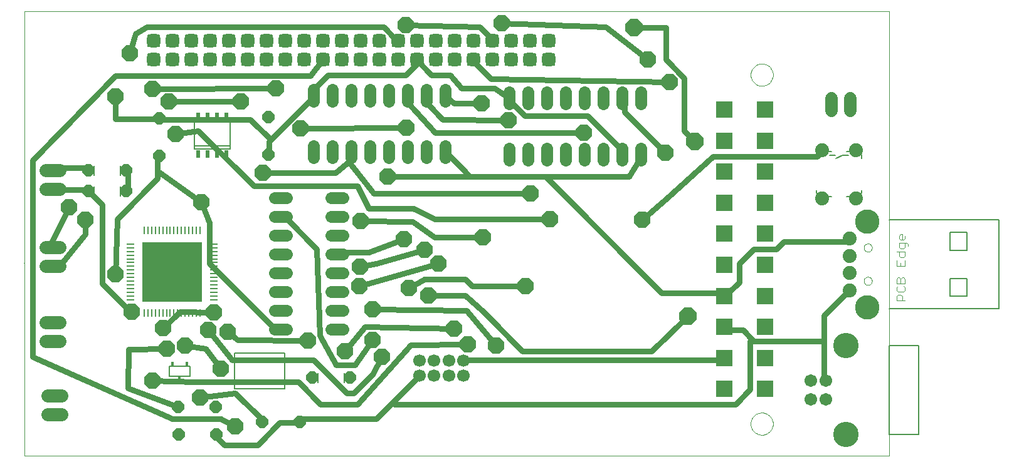
<source format=gbl>
G75*
G70*
%OFA0B0*%
%FSLAX24Y24*%
%IPPOS*%
%LPD*%
%AMOC8*
5,1,8,0,0,1.08239X$1,22.5*
%
%ADD10C,0.0000*%
%ADD11R,0.0000X0.0000*%
%ADD12C,0.0635*%
%ADD13R,0.0396X0.0067*%
%ADD14R,0.0067X0.0396*%
%ADD15R,0.0787X0.0787*%
%ADD16OC8,0.0635*%
%ADD17R,0.0866X0.0866*%
%ADD18C,0.0200*%
%ADD19C,0.0060*%
%ADD20R,0.0100X0.0200*%
%ADD21C,0.0715*%
%ADD22R,0.0200X0.0200*%
%ADD23C,0.0080*%
%ADD24R,0.0180X0.0230*%
%ADD25C,0.0675*%
%ADD26R,0.0240X0.0240*%
%ADD27OC8,0.0709*%
%ADD28R,0.0193X0.0433*%
%ADD29C,0.0669*%
%ADD30R,0.0197X0.0197*%
%ADD31C,0.0675*%
%ADD32C,0.1350*%
%ADD33C,0.0740*%
%ADD34C,0.1299*%
%ADD35C,0.0040*%
%ADD36C,0.0295*%
%ADD37OC8,0.0866*%
%ADD38OC8,0.0906*%
D10*
X000101Y000282D02*
X000101Y023956D01*
X046071Y023956D01*
X046071Y000282D01*
X000101Y000282D01*
X038711Y001991D02*
X038713Y002039D01*
X038719Y002087D01*
X038729Y002134D01*
X038742Y002180D01*
X038760Y002225D01*
X038780Y002269D01*
X038805Y002311D01*
X038833Y002350D01*
X038863Y002387D01*
X038897Y002421D01*
X038934Y002453D01*
X038972Y002482D01*
X039013Y002507D01*
X039056Y002529D01*
X039101Y002547D01*
X039147Y002561D01*
X039194Y002572D01*
X039242Y002579D01*
X039290Y002582D01*
X039338Y002581D01*
X039386Y002576D01*
X039434Y002567D01*
X039480Y002555D01*
X039525Y002538D01*
X039569Y002518D01*
X039611Y002495D01*
X039651Y002468D01*
X039689Y002438D01*
X039724Y002405D01*
X039756Y002369D01*
X039786Y002331D01*
X039812Y002290D01*
X039834Y002247D01*
X039854Y002203D01*
X039869Y002158D01*
X039881Y002111D01*
X039889Y002063D01*
X039893Y002015D01*
X039893Y001967D01*
X039889Y001919D01*
X039881Y001871D01*
X039869Y001824D01*
X039854Y001779D01*
X039834Y001735D01*
X039812Y001692D01*
X039786Y001651D01*
X039756Y001613D01*
X039724Y001577D01*
X039689Y001544D01*
X039651Y001514D01*
X039611Y001487D01*
X039569Y001464D01*
X039525Y001444D01*
X039480Y001427D01*
X039434Y001415D01*
X039386Y001406D01*
X039338Y001401D01*
X039290Y001400D01*
X039242Y001403D01*
X039194Y001410D01*
X039147Y001421D01*
X039101Y001435D01*
X039056Y001453D01*
X039013Y001475D01*
X038972Y001500D01*
X038934Y001529D01*
X038897Y001561D01*
X038863Y001595D01*
X038833Y001632D01*
X038805Y001671D01*
X038780Y001713D01*
X038760Y001757D01*
X038742Y001802D01*
X038729Y001848D01*
X038719Y001895D01*
X038713Y001943D01*
X038711Y001991D01*
X044723Y009596D02*
X044725Y009625D01*
X044731Y009653D01*
X044740Y009681D01*
X044753Y009707D01*
X044770Y009730D01*
X044789Y009752D01*
X044811Y009771D01*
X044836Y009786D01*
X044862Y009799D01*
X044890Y009807D01*
X044918Y009812D01*
X044947Y009813D01*
X044976Y009810D01*
X045004Y009803D01*
X045031Y009793D01*
X045057Y009779D01*
X045080Y009762D01*
X045101Y009742D01*
X045119Y009719D01*
X045134Y009694D01*
X045145Y009667D01*
X045153Y009639D01*
X045157Y009610D01*
X045157Y009582D01*
X045153Y009553D01*
X045145Y009525D01*
X045134Y009498D01*
X045119Y009473D01*
X045101Y009450D01*
X045080Y009430D01*
X045057Y009413D01*
X045031Y009399D01*
X045004Y009389D01*
X044976Y009382D01*
X044947Y009379D01*
X044918Y009380D01*
X044890Y009385D01*
X044862Y009393D01*
X044836Y009406D01*
X044811Y009421D01*
X044789Y009440D01*
X044770Y009462D01*
X044753Y009485D01*
X044740Y009511D01*
X044731Y009539D01*
X044725Y009567D01*
X044723Y009596D01*
X044723Y011368D02*
X044725Y011397D01*
X044731Y011425D01*
X044740Y011453D01*
X044753Y011479D01*
X044770Y011502D01*
X044789Y011524D01*
X044811Y011543D01*
X044836Y011558D01*
X044862Y011571D01*
X044890Y011579D01*
X044918Y011584D01*
X044947Y011585D01*
X044976Y011582D01*
X045004Y011575D01*
X045031Y011565D01*
X045057Y011551D01*
X045080Y011534D01*
X045101Y011514D01*
X045119Y011491D01*
X045134Y011466D01*
X045145Y011439D01*
X045153Y011411D01*
X045157Y011382D01*
X045157Y011354D01*
X045153Y011325D01*
X045145Y011297D01*
X045134Y011270D01*
X045119Y011245D01*
X045101Y011222D01*
X045080Y011202D01*
X045057Y011185D01*
X045031Y011171D01*
X045004Y011161D01*
X044976Y011154D01*
X044947Y011151D01*
X044918Y011152D01*
X044890Y011157D01*
X044862Y011165D01*
X044836Y011178D01*
X044811Y011193D01*
X044789Y011212D01*
X044770Y011234D01*
X044753Y011257D01*
X044740Y011283D01*
X044731Y011311D01*
X044725Y011339D01*
X044723Y011368D01*
X038711Y020574D02*
X038713Y020622D01*
X038719Y020670D01*
X038729Y020717D01*
X038742Y020763D01*
X038760Y020808D01*
X038780Y020852D01*
X038805Y020894D01*
X038833Y020933D01*
X038863Y020970D01*
X038897Y021004D01*
X038934Y021036D01*
X038972Y021065D01*
X039013Y021090D01*
X039056Y021112D01*
X039101Y021130D01*
X039147Y021144D01*
X039194Y021155D01*
X039242Y021162D01*
X039290Y021165D01*
X039338Y021164D01*
X039386Y021159D01*
X039434Y021150D01*
X039480Y021138D01*
X039525Y021121D01*
X039569Y021101D01*
X039611Y021078D01*
X039651Y021051D01*
X039689Y021021D01*
X039724Y020988D01*
X039756Y020952D01*
X039786Y020914D01*
X039812Y020873D01*
X039834Y020830D01*
X039854Y020786D01*
X039869Y020741D01*
X039881Y020694D01*
X039889Y020646D01*
X039893Y020598D01*
X039893Y020550D01*
X039889Y020502D01*
X039881Y020454D01*
X039869Y020407D01*
X039854Y020362D01*
X039834Y020318D01*
X039812Y020275D01*
X039786Y020234D01*
X039756Y020196D01*
X039724Y020160D01*
X039689Y020127D01*
X039651Y020097D01*
X039611Y020070D01*
X039569Y020047D01*
X039525Y020027D01*
X039480Y020010D01*
X039434Y019998D01*
X039386Y019989D01*
X039338Y019984D01*
X039290Y019983D01*
X039242Y019986D01*
X039194Y019993D01*
X039147Y020004D01*
X039101Y020018D01*
X039056Y020036D01*
X039013Y020058D01*
X038972Y020083D01*
X038934Y020112D01*
X038897Y020144D01*
X038863Y020178D01*
X038833Y020215D01*
X038805Y020254D01*
X038780Y020296D01*
X038760Y020340D01*
X038742Y020385D01*
X038729Y020431D01*
X038719Y020478D01*
X038713Y020526D01*
X038711Y020574D01*
D11*
X000101Y010518D03*
D12*
X013414Y011015D02*
X014049Y011015D01*
X014049Y010015D02*
X013414Y010015D01*
X013414Y009015D02*
X014049Y009015D01*
X014049Y008015D02*
X013414Y008015D01*
X013414Y007015D02*
X014049Y007015D01*
X016414Y007015D02*
X017049Y007015D01*
X017049Y008015D02*
X016414Y008015D01*
X016414Y009015D02*
X017049Y009015D01*
X017049Y010015D02*
X016414Y010015D01*
X016414Y011015D02*
X017049Y011015D01*
X017049Y012015D02*
X016414Y012015D01*
X016414Y013015D02*
X017049Y013015D01*
X017049Y014015D02*
X016414Y014015D01*
X014049Y014015D02*
X013414Y014015D01*
X013414Y013015D02*
X014049Y013015D01*
X014049Y012015D02*
X013414Y012015D01*
X015470Y016146D02*
X015470Y016781D01*
X016470Y016781D02*
X016470Y016146D01*
X017470Y016146D02*
X017470Y016781D01*
X018470Y016781D02*
X018470Y016146D01*
X019470Y016146D02*
X019470Y016781D01*
X020470Y016781D02*
X020470Y016146D01*
X021470Y016146D02*
X021470Y016781D01*
X022470Y016781D02*
X022470Y016146D01*
X025855Y016017D02*
X025855Y016652D01*
X026855Y016652D02*
X026855Y016017D01*
X027855Y016017D02*
X027855Y016652D01*
X028855Y016652D02*
X028855Y016017D01*
X029855Y016017D02*
X029855Y016652D01*
X030855Y016652D02*
X030855Y016017D01*
X031855Y016017D02*
X031855Y016652D01*
X032855Y016652D02*
X032855Y016017D01*
X032855Y019017D02*
X032855Y019652D01*
X031855Y019652D02*
X031855Y019017D01*
X030855Y019017D02*
X030855Y019652D01*
X029855Y019652D02*
X029855Y019017D01*
X028855Y019017D02*
X028855Y019652D01*
X027855Y019652D02*
X027855Y019017D01*
X026855Y019017D02*
X026855Y019652D01*
X025855Y019652D02*
X025855Y019017D01*
X022470Y019146D02*
X022470Y019781D01*
X021470Y019781D02*
X021470Y019146D01*
X020470Y019146D02*
X020470Y019781D01*
X019470Y019781D02*
X019470Y019146D01*
X018470Y019146D02*
X018470Y019781D01*
X017470Y019781D02*
X017470Y019146D01*
X016470Y019146D02*
X016470Y019781D01*
X015470Y019781D02*
X015470Y019146D01*
D13*
X010155Y011559D03*
X010155Y011362D03*
X010155Y011165D03*
X010155Y010968D03*
X010155Y010771D03*
X010155Y010574D03*
X010155Y010377D03*
X010155Y010181D03*
X010155Y009984D03*
X010155Y009787D03*
X010155Y009590D03*
X010155Y009393D03*
X010155Y009196D03*
X010155Y009000D03*
X010155Y008803D03*
X010155Y008606D03*
X005747Y008606D03*
X005747Y008803D03*
X005747Y009000D03*
X005747Y009196D03*
X005747Y009393D03*
X005747Y009590D03*
X005747Y009787D03*
X005747Y009984D03*
X005747Y010181D03*
X005747Y010377D03*
X005747Y010574D03*
X005747Y010771D03*
X005747Y010968D03*
X005747Y011165D03*
X005747Y011362D03*
X005747Y011559D03*
D14*
X006474Y012286D03*
X006671Y012286D03*
X006868Y012286D03*
X007065Y012286D03*
X007262Y012286D03*
X007459Y012286D03*
X007656Y012286D03*
X007852Y012286D03*
X008049Y012286D03*
X008246Y012286D03*
X008443Y012286D03*
X008640Y012286D03*
X008837Y012286D03*
X009033Y012286D03*
X009230Y012286D03*
X009427Y012286D03*
X009427Y007878D03*
X009230Y007878D03*
X009033Y007878D03*
X008837Y007878D03*
X008640Y007878D03*
X008443Y007878D03*
X008246Y007878D03*
X008049Y007878D03*
X007852Y007878D03*
X007656Y007878D03*
X007459Y007878D03*
X007262Y007878D03*
X007065Y007878D03*
X006868Y007878D03*
X006671Y007878D03*
X006474Y007878D03*
D15*
X006770Y008901D03*
X007360Y008901D03*
X007951Y008901D03*
X008541Y008901D03*
X009132Y008901D03*
X009132Y009492D03*
X008541Y009492D03*
X007951Y009492D03*
X007360Y009492D03*
X006770Y009492D03*
X006770Y010082D03*
X007360Y010082D03*
X007951Y010082D03*
X008541Y010082D03*
X009132Y010082D03*
X009132Y010673D03*
X008541Y010673D03*
X007951Y010673D03*
X007360Y010673D03*
X006770Y010673D03*
X006770Y011263D03*
X007360Y011263D03*
X007951Y011263D03*
X008541Y011263D03*
X009132Y011263D03*
D16*
X005501Y014382D03*
X003501Y014382D03*
X003501Y015482D03*
X005501Y015482D03*
X007257Y016240D03*
X007257Y018240D03*
X013087Y018337D03*
X013087Y016337D03*
X015420Y004443D03*
X017420Y004443D03*
X014749Y002074D03*
X012749Y002074D03*
X010305Y001410D03*
X008305Y001410D03*
X008287Y002876D03*
X010287Y002876D03*
D17*
X037318Y003841D03*
X039483Y003841D03*
X039483Y005495D03*
X037318Y005495D03*
X037318Y007148D03*
X039483Y007148D03*
X039483Y008802D03*
X037318Y008802D03*
X037318Y010455D03*
X039483Y010455D03*
X039483Y012109D03*
X037318Y012109D03*
X037318Y013763D03*
X039483Y013763D03*
X039483Y015416D03*
X037318Y015416D03*
X037318Y017070D03*
X039483Y017070D03*
X039483Y018723D03*
X037318Y018723D03*
D18*
X017420Y004443D02*
X017220Y004443D01*
X015620Y004443D02*
X015420Y004443D01*
X005501Y014382D02*
X005301Y014382D01*
X003701Y014382D02*
X003501Y014382D01*
X003501Y015482D02*
X003701Y015482D01*
X005301Y015482D02*
X005501Y015482D01*
D19*
X005201Y015732D02*
X005201Y015232D01*
X003801Y015232D02*
X003801Y015732D01*
X003801Y014632D02*
X003801Y014132D01*
X005201Y014132D02*
X005201Y014632D01*
X007794Y005057D02*
X008914Y005057D01*
X008914Y004537D01*
X007794Y004537D01*
X007794Y005057D01*
X015720Y004693D02*
X015720Y004193D01*
X017120Y004193D02*
X017120Y004693D01*
D20*
X017170Y004443D03*
X015670Y004443D03*
X005251Y014382D03*
X003751Y014382D03*
X003751Y015482D03*
X005251Y015482D03*
D21*
X001958Y015482D02*
X001243Y015482D01*
X001243Y014482D02*
X001958Y014482D01*
X001958Y011382D02*
X001243Y011382D01*
X001243Y010382D02*
X001958Y010382D01*
X001958Y007382D02*
X001243Y007382D01*
X001243Y006382D02*
X001958Y006382D01*
X002058Y003482D02*
X001343Y003482D01*
X001343Y002482D02*
X002058Y002482D01*
D22*
X001701Y002482D03*
X001701Y003482D03*
X001601Y006382D03*
X001601Y007382D03*
X001601Y010382D03*
X001601Y011382D03*
X001601Y014482D03*
X001601Y015482D03*
D23*
X009145Y016607D02*
X009145Y016803D01*
X011035Y016803D01*
X011035Y016607D01*
X009145Y016607D01*
X009145Y016803D02*
X009145Y018103D01*
X011035Y018103D01*
X011035Y016803D01*
X011258Y021102D02*
X010667Y021102D01*
X010667Y021693D01*
X011258Y021693D01*
X011258Y021102D01*
X011667Y021102D02*
X011667Y021693D01*
X012258Y021693D01*
X012258Y021102D01*
X011667Y021102D01*
X012667Y021102D02*
X012667Y021693D01*
X013258Y021693D01*
X013258Y021102D01*
X012667Y021102D01*
X013667Y021102D02*
X013667Y021693D01*
X014258Y021693D01*
X014258Y021102D01*
X013667Y021102D01*
X014667Y021102D02*
X014667Y021693D01*
X015258Y021693D01*
X015258Y021102D01*
X014667Y021102D01*
X015667Y021102D02*
X015667Y021693D01*
X016258Y021693D01*
X016258Y021102D01*
X015667Y021102D01*
X016667Y021102D02*
X016667Y021693D01*
X017258Y021693D01*
X017258Y021102D01*
X016667Y021102D01*
X017667Y021102D02*
X017667Y021693D01*
X018258Y021693D01*
X018258Y021102D01*
X017667Y021102D01*
X018667Y021102D02*
X018667Y021693D01*
X019258Y021693D01*
X019258Y021102D01*
X018667Y021102D01*
X019667Y021102D02*
X019667Y021693D01*
X020258Y021693D01*
X020258Y021102D01*
X019667Y021102D01*
X020667Y021102D02*
X020667Y021693D01*
X021258Y021693D01*
X021258Y021102D01*
X020667Y021102D01*
X021667Y021102D02*
X021667Y021693D01*
X022258Y021693D01*
X022258Y021102D01*
X021667Y021102D01*
X022667Y021102D02*
X022667Y021693D01*
X023258Y021693D01*
X023258Y021102D01*
X022667Y021102D01*
X023667Y021102D02*
X023667Y021693D01*
X024258Y021693D01*
X024258Y021102D01*
X023667Y021102D01*
X024667Y021102D02*
X024667Y021693D01*
X025258Y021693D01*
X025258Y021102D01*
X024667Y021102D01*
X025667Y021102D02*
X025667Y021693D01*
X026258Y021693D01*
X026258Y021102D01*
X025667Y021102D01*
X026667Y021102D02*
X026667Y021693D01*
X027258Y021693D01*
X027258Y021102D01*
X026667Y021102D01*
X027667Y021102D02*
X027667Y021693D01*
X028258Y021693D01*
X028258Y021102D01*
X027667Y021102D01*
X027667Y022102D02*
X027667Y022693D01*
X028258Y022693D01*
X028258Y022102D01*
X027667Y022102D01*
X027258Y022102D02*
X027258Y022693D01*
X026667Y022693D01*
X026667Y022102D01*
X027258Y022102D01*
X026258Y022102D02*
X026258Y022693D01*
X025667Y022693D01*
X025667Y022102D01*
X026258Y022102D01*
X025258Y022102D02*
X025258Y022693D01*
X024667Y022693D01*
X024667Y022102D01*
X025258Y022102D01*
X024258Y022102D02*
X024258Y022693D01*
X023667Y022693D01*
X023667Y022102D01*
X024258Y022102D01*
X023258Y022102D02*
X023258Y022693D01*
X022667Y022693D01*
X022667Y022102D01*
X023258Y022102D01*
X022258Y022102D02*
X022258Y022693D01*
X021667Y022693D01*
X021667Y022102D01*
X022258Y022102D01*
X021258Y022102D02*
X021258Y022693D01*
X020667Y022693D01*
X020667Y022102D01*
X021258Y022102D01*
X020258Y022102D02*
X020258Y022693D01*
X019667Y022693D01*
X019667Y022102D01*
X020258Y022102D01*
X019258Y022102D02*
X019258Y022693D01*
X018667Y022693D01*
X018667Y022102D01*
X019258Y022102D01*
X018258Y022102D02*
X018258Y022693D01*
X017667Y022693D01*
X017667Y022102D01*
X018258Y022102D01*
X017258Y022102D02*
X017258Y022693D01*
X016667Y022693D01*
X016667Y022102D01*
X017258Y022102D01*
X016258Y022102D02*
X016258Y022693D01*
X015667Y022693D01*
X015667Y022102D01*
X016258Y022102D01*
X015258Y022102D02*
X015258Y022693D01*
X014667Y022693D01*
X014667Y022102D01*
X015258Y022102D01*
X014258Y022102D02*
X014258Y022693D01*
X013667Y022693D01*
X013667Y022102D01*
X014258Y022102D01*
X013258Y022102D02*
X013258Y022693D01*
X012667Y022693D01*
X012667Y022102D01*
X013258Y022102D01*
X012258Y022102D02*
X012258Y022693D01*
X011667Y022693D01*
X011667Y022102D01*
X012258Y022102D01*
X011258Y022102D02*
X011258Y022693D01*
X010667Y022693D01*
X010667Y022102D01*
X011258Y022102D01*
X010258Y022102D02*
X010258Y022693D01*
X009667Y022693D01*
X009667Y022102D01*
X010258Y022102D01*
X010258Y021693D02*
X009667Y021693D01*
X009667Y021102D01*
X010258Y021102D01*
X010258Y021693D01*
X009258Y021693D02*
X009258Y021102D01*
X008667Y021102D01*
X008667Y021693D01*
X009258Y021693D01*
X009258Y022102D02*
X008667Y022102D01*
X008667Y022693D01*
X009258Y022693D01*
X009258Y022102D01*
X008258Y022102D02*
X008258Y022693D01*
X007667Y022693D01*
X007667Y022102D01*
X008258Y022102D01*
X008258Y021693D02*
X007667Y021693D01*
X007667Y021102D01*
X008258Y021102D01*
X008258Y021693D01*
X007258Y021693D02*
X007258Y021102D01*
X006667Y021102D01*
X006667Y021693D01*
X007258Y021693D01*
X007258Y022102D02*
X006667Y022102D01*
X006667Y022693D01*
X007258Y022693D01*
X007258Y022102D01*
X011265Y005759D02*
X011265Y003869D01*
X013943Y003869D01*
X013943Y005759D01*
X011265Y005759D01*
X042201Y014282D02*
X042401Y014082D01*
X043001Y014082D01*
X042201Y014282D02*
X042201Y014432D01*
X043801Y014082D02*
X044401Y014082D01*
X044601Y014282D01*
X044601Y014432D01*
X046082Y012844D02*
X051909Y012844D01*
X051909Y008120D01*
X046082Y008120D01*
X049310Y008789D02*
X050216Y008789D01*
X050216Y009734D01*
X049310Y009734D01*
X049310Y008789D01*
X049310Y011230D02*
X050216Y011230D01*
X050216Y012175D01*
X049310Y012175D01*
X049310Y011230D01*
X047622Y006159D02*
X046087Y006159D01*
X046087Y001435D01*
X047622Y001435D01*
X047622Y006159D01*
X044601Y016132D02*
X044601Y016282D01*
X044401Y016482D01*
X043801Y016482D01*
X043901Y016282D02*
X043601Y016282D01*
X043251Y016132D01*
X043201Y016282D02*
X042901Y016282D01*
X043001Y016482D02*
X042401Y016482D01*
X042201Y016282D01*
X042201Y016132D01*
D24*
X008724Y005192D03*
X007984Y005192D03*
X008354Y004402D03*
D25*
X043001Y018645D02*
X043001Y019320D01*
X044001Y019320D02*
X044001Y018645D01*
D26*
X044001Y018982D03*
X043001Y018982D03*
D27*
X027965Y021400D03*
X026965Y021400D03*
X025965Y021400D03*
X024965Y021400D03*
X023965Y021400D03*
X022965Y021400D03*
X021965Y021400D03*
X020965Y021400D03*
X019965Y021400D03*
X018965Y021400D03*
X017965Y021400D03*
X016965Y021400D03*
X015965Y021400D03*
X014965Y021400D03*
X013965Y021400D03*
X012965Y021400D03*
X011965Y021400D03*
X010965Y021400D03*
X009965Y021400D03*
X008965Y021400D03*
X007965Y021400D03*
X006965Y021400D03*
X006965Y022400D03*
X007965Y022400D03*
X008965Y022400D03*
X009965Y022400D03*
X010965Y022400D03*
X011965Y022400D03*
X012965Y022400D03*
X013965Y022400D03*
X014965Y022400D03*
X015965Y022400D03*
X016965Y022400D03*
X017965Y022400D03*
X018965Y022400D03*
X019965Y022400D03*
X020965Y022400D03*
X021965Y022400D03*
X022965Y022400D03*
X023965Y022400D03*
X024965Y022400D03*
X025965Y022400D03*
X026965Y022400D03*
X027965Y022400D03*
D28*
X010840Y018359D03*
X010340Y018359D03*
X009840Y018359D03*
X009340Y018359D03*
X009340Y016351D03*
X009840Y016351D03*
X010340Y016351D03*
X010840Y016351D03*
D29*
X021092Y005360D03*
X021880Y005360D03*
X022667Y005360D03*
X023454Y005360D03*
X023454Y004573D03*
X022667Y004573D03*
X021880Y004573D03*
X021092Y004573D03*
D30*
X021092Y004573D03*
X021880Y004573D03*
X022667Y004573D03*
X023454Y004573D03*
X023454Y005360D03*
X022667Y005360D03*
X021880Y005360D03*
X021092Y005360D03*
D31*
X041921Y004289D03*
X042701Y004289D03*
X042701Y003305D03*
X041921Y003305D03*
D32*
X043771Y001427D03*
X043771Y006167D03*
D33*
X043956Y009104D03*
X043956Y010039D03*
X043956Y010926D03*
X043956Y011860D03*
X044291Y014002D03*
X042511Y014002D03*
X042511Y016562D03*
X044291Y016562D03*
D34*
X044901Y012766D03*
X044901Y008199D03*
D35*
X046456Y008551D02*
X046456Y008782D01*
X046533Y008858D01*
X046686Y008858D01*
X046763Y008782D01*
X046763Y008551D01*
X046916Y008551D02*
X046456Y008551D01*
X046533Y009012D02*
X046840Y009012D01*
X046916Y009088D01*
X046916Y009242D01*
X046840Y009319D01*
X046916Y009472D02*
X046456Y009472D01*
X046456Y009702D01*
X046533Y009779D01*
X046609Y009779D01*
X046686Y009702D01*
X046686Y009472D01*
X046533Y009319D02*
X046456Y009242D01*
X046456Y009088D01*
X046533Y009012D01*
X046916Y009472D02*
X046916Y009702D01*
X046840Y009779D01*
X046763Y009779D01*
X046686Y009702D01*
X046686Y010393D02*
X046686Y010546D01*
X046456Y010393D02*
X046916Y010393D01*
X046916Y010700D01*
X046840Y010853D02*
X046686Y010853D01*
X046609Y010930D01*
X046609Y011160D01*
X046456Y011160D02*
X046916Y011160D01*
X046916Y010930D01*
X046840Y010853D01*
X046456Y010700D02*
X046456Y010393D01*
X046686Y011314D02*
X046840Y011314D01*
X046916Y011390D01*
X046916Y011620D01*
X046993Y011620D02*
X046609Y011620D01*
X046609Y011390D01*
X046686Y011314D01*
X047070Y011467D02*
X047070Y011544D01*
X046993Y011620D01*
X046840Y011774D02*
X046916Y011851D01*
X046916Y012004D01*
X046763Y012081D02*
X046763Y011774D01*
X046840Y011774D02*
X046686Y011774D01*
X046609Y011851D01*
X046609Y012004D01*
X046686Y012081D01*
X046763Y012081D01*
D36*
X043956Y011860D02*
X043802Y011700D01*
X040455Y011700D01*
X040061Y011306D01*
X038880Y011306D01*
X038093Y010518D01*
X038093Y009534D01*
X037502Y008944D01*
X037318Y008802D01*
X037306Y008944D01*
X033959Y008944D01*
X027817Y015164D01*
X032227Y015164D01*
X032778Y016030D01*
X032778Y016227D01*
X032855Y016335D01*
X031855Y016335D02*
X031794Y016424D01*
X031794Y016621D01*
X030022Y018392D01*
X026715Y018392D01*
X025888Y019180D01*
X025855Y019335D01*
X025101Y019849D01*
X023329Y019849D01*
X022739Y020558D01*
X021754Y020558D01*
X020967Y021345D01*
X020965Y021400D01*
X020967Y021148D01*
X020376Y020558D01*
X016243Y020558D01*
X015652Y019967D01*
X015652Y019574D01*
X015470Y019463D01*
X015455Y019377D01*
X013191Y017113D01*
X012109Y018196D01*
X007384Y018196D01*
X007257Y018240D01*
X007187Y018235D01*
X004943Y018235D01*
X004943Y019416D01*
X006912Y019810D02*
X013487Y019849D01*
X011597Y019140D02*
X007778Y019140D01*
X008132Y017408D02*
X009353Y017605D01*
X012306Y014652D01*
X017817Y014652D01*
X018408Y013471D01*
X020770Y013471D01*
X021951Y012881D01*
X028054Y012881D01*
X026991Y014259D02*
X018683Y014259D01*
X017424Y015833D01*
X017470Y016463D01*
X017424Y016424D01*
X017424Y016030D01*
X016636Y015361D01*
X012778Y015361D01*
X013087Y016337D02*
X013093Y016424D01*
X013093Y017014D01*
X013191Y017113D01*
X014786Y017723D02*
X020416Y017763D01*
X020573Y018983D02*
X021951Y017487D01*
X029825Y017487D01*
X031991Y018589D02*
X034156Y016424D01*
X035258Y017487D02*
X035731Y017014D01*
X035258Y017487D02*
X035180Y017605D01*
X035180Y020400D01*
X034195Y021385D01*
X034195Y023077D01*
X032502Y023077D01*
X031006Y023117D02*
X033250Y021385D01*
X034392Y020203D02*
X024904Y020361D01*
X024117Y021148D01*
X024117Y021345D01*
X023965Y021400D01*
X024965Y022400D02*
X024904Y022526D01*
X024313Y023117D01*
X020376Y023235D01*
X019786Y022526D02*
X019965Y022400D01*
X019786Y022526D02*
X019195Y023117D01*
X006597Y023117D01*
X006006Y022763D01*
X005691Y021739D01*
X004943Y020518D02*
X015298Y020518D01*
X015928Y021345D01*
X015965Y021400D01*
X020470Y019463D02*
X020573Y019377D01*
X020573Y018983D01*
X021557Y018983D02*
X021557Y019377D01*
X021470Y019463D01*
X021557Y018983D02*
X022345Y018196D01*
X025849Y018156D01*
X024392Y019062D02*
X022935Y019062D01*
X022542Y019377D01*
X022470Y019463D01*
X022470Y016463D02*
X022542Y016424D01*
X023428Y015538D01*
X023723Y015164D01*
X019392Y015164D01*
X023428Y015538D02*
X023762Y015164D01*
X027817Y015164D01*
X032935Y012841D02*
X034235Y013983D01*
X036715Y016227D01*
X042227Y016227D01*
X042424Y016424D01*
X042511Y016562D01*
X031991Y018589D02*
X031991Y019180D01*
X031855Y019335D01*
X031006Y023117D02*
X025455Y023314D01*
X009510Y013786D02*
X007187Y015440D01*
X007187Y015046D01*
X005022Y012881D01*
X004943Y009967D01*
X004235Y009455D02*
X004235Y013668D01*
X003644Y014259D01*
X003501Y014382D01*
X003447Y014455D01*
X001676Y014455D01*
X001601Y014482D01*
X001601Y015482D02*
X001676Y015637D01*
X003447Y015637D01*
X003501Y015482D01*
X005501Y015482D02*
X005613Y015440D01*
X005613Y014455D01*
X005501Y014382D01*
X007187Y015440D02*
X007187Y016227D01*
X007257Y016240D01*
X009510Y013786D02*
X009943Y012684D01*
X009943Y010518D01*
X013290Y007172D01*
X013683Y007172D01*
X013731Y007015D01*
X015180Y006424D02*
X011439Y006463D01*
X010888Y006896D01*
X009865Y006975D02*
X011124Y005400D01*
X015455Y005400D01*
X017227Y003629D01*
X017620Y003629D01*
X018605Y004613D01*
X019117Y005558D01*
X018605Y006463D02*
X017660Y005125D01*
X016676Y005125D01*
X015809Y006700D01*
X015652Y011306D01*
X014077Y012881D01*
X013880Y012881D01*
X013731Y013015D01*
X016731Y011015D02*
X016833Y011109D01*
X018408Y011109D01*
X020258Y011818D01*
X021361Y011266D02*
X018802Y010518D01*
X017935Y010361D01*
X017896Y009337D02*
X022109Y010518D01*
X021361Y009692D02*
X023526Y009692D01*
X023920Y009337D01*
X026754Y009337D01*
X024589Y007841D02*
X024510Y007959D01*
X023526Y008826D01*
X021557Y008826D01*
X021361Y009692D02*
X020534Y009219D01*
X018605Y008077D02*
X023605Y008038D01*
X025180Y006148D01*
X026557Y005873D02*
X024589Y007841D01*
X022935Y007054D02*
X018211Y007172D01*
X017148Y005873D01*
X017817Y003038D02*
X020652Y006188D01*
X023683Y006227D01*
X023526Y005400D02*
X023454Y005360D01*
X023526Y005400D02*
X037306Y005400D01*
X037318Y005495D01*
X038683Y006385D02*
X038782Y006483D01*
X038290Y006975D01*
X037502Y006975D01*
X037318Y007148D01*
X038683Y006385D02*
X038683Y003826D01*
X037896Y003038D01*
X019786Y003038D01*
X019687Y003137D01*
X018802Y002251D01*
X014865Y002251D01*
X014749Y002074D01*
X014668Y002054D01*
X013683Y002054D01*
X012502Y000873D01*
X010731Y000873D01*
X010337Y001266D01*
X010305Y001410D01*
X010534Y002251D02*
X011321Y001857D01*
X010534Y002251D02*
X007975Y002251D01*
X000534Y005558D01*
X000534Y016030D01*
X004943Y020518D01*
X002463Y013511D02*
X001479Y011503D01*
X001601Y011382D01*
X002069Y010518D02*
X003329Y012093D01*
X003329Y012841D01*
X002069Y010518D02*
X001676Y010518D01*
X001601Y010382D01*
X004235Y009455D02*
X005809Y007881D01*
X005809Y007959D01*
X007463Y007093D02*
X008369Y007959D01*
X010180Y007920D01*
X009746Y005991D02*
X008644Y006148D01*
X007660Y005991D02*
X005652Y005951D01*
X005613Y003904D01*
X008287Y002876D01*
X009431Y003392D02*
X011321Y003629D01*
X012699Y002251D01*
X012749Y002074D01*
X014668Y004219D02*
X015849Y003038D01*
X017817Y003038D01*
X019687Y003137D02*
X020967Y004416D01*
X021092Y004573D01*
X026557Y005873D02*
X033447Y005873D01*
X035376Y007723D01*
X038782Y006483D02*
X038880Y006385D01*
X042620Y006385D01*
X042620Y004416D01*
X042701Y004289D01*
X042620Y006385D02*
X042620Y007763D01*
X043802Y008944D01*
X043956Y009104D01*
X024471Y011936D02*
X021912Y011936D01*
X020731Y012763D01*
X017975Y012802D01*
X009746Y005991D02*
X010534Y004928D01*
X009156Y004219D02*
X014668Y004219D01*
X009156Y004219D02*
X006912Y004298D01*
D37*
X006912Y004298D03*
X009431Y003392D03*
X010534Y004928D03*
X008644Y006148D03*
X007660Y005991D03*
X009865Y006975D03*
X010888Y006896D03*
X010180Y007920D03*
X007463Y007093D03*
X005809Y007959D03*
X004943Y009967D03*
X003329Y012841D03*
X002463Y013511D03*
X009510Y013786D03*
X012778Y015361D03*
X008132Y017408D03*
X007778Y019140D03*
X006912Y019810D03*
X004943Y019416D03*
X005691Y021739D03*
X011597Y019140D03*
X013487Y019849D03*
X014786Y017723D03*
X019392Y015164D03*
X017975Y012802D03*
X020258Y011818D03*
X021361Y011266D03*
X022109Y010518D03*
X020534Y009219D03*
X021557Y008826D03*
X018605Y008077D03*
X017896Y009337D03*
X017935Y010361D03*
X024471Y011936D03*
X028054Y012881D03*
X026991Y014259D03*
X032935Y012841D03*
X034156Y016424D03*
X029825Y017487D03*
X025849Y018156D03*
X024392Y019062D03*
X020416Y017763D03*
X020376Y023235D03*
X025455Y023314D03*
X033250Y021385D03*
X034392Y020203D03*
X026754Y009337D03*
X022935Y007054D03*
X023683Y006227D03*
X025180Y006148D03*
X019117Y005558D03*
X018605Y006463D03*
X017148Y005873D03*
X015180Y006424D03*
X011321Y001857D03*
D38*
X035376Y007723D03*
X035731Y017014D03*
X032502Y023077D03*
M02*

</source>
